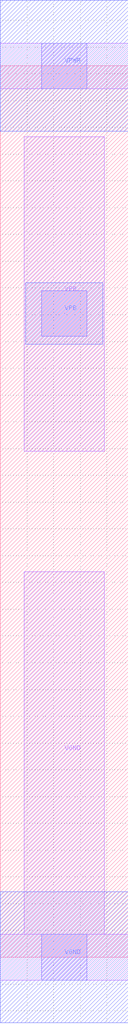
<source format=lef>
# Copyright 2020 The SkyWater PDK Authors
#
# Licensed under the Apache License, Version 2.0 (the "License");
# you may not use this file except in compliance with the License.
# You may obtain a copy of the License at
#
#     https://www.apache.org/licenses/LICENSE-2.0
#
# Unless required by applicable law or agreed to in writing, software
# distributed under the License is distributed on an "AS IS" BASIS,
# WITHOUT WARRANTIES OR CONDITIONS OF ANY KIND, either express or implied.
# See the License for the specific language governing permissions and
# limitations under the License.
#
# SPDX-License-Identifier: Apache-2.0

VERSION 5.7 ;
  NAMESCASESENSITIVE ON ;
  NOWIREEXTENSIONATPIN ON ;
  DIVIDERCHAR "/" ;
  BUSBITCHARS "[]" ;
UNITS
  DATABASE MICRONS 200 ;
END UNITS
MACRO sky130_fd_sc_lp__tapvgnd2_1
  CLASS CORE ;
  SOURCE USER ;
  FOREIGN sky130_fd_sc_lp__tapvgnd2_1 ;
  ORIGIN  0.000000  0.000000 ;
  SIZE  0.480000 BY  3.330000 ;
  SYMMETRY X Y R90 ;
  SITE unit ;
  PIN VGND
    DIRECTION INOUT ;
    USE GROUND ;
    PORT
      LAYER li1 ;
        RECT 0.000000 -0.085000 0.480000 0.085000 ;
        RECT 0.090000  0.085000 0.390000 1.440000 ;
      LAYER mcon ;
        RECT 0.155000 -0.085000 0.325000 0.085000 ;
      LAYER met1 ;
        RECT 0.000000 -0.245000 0.480000 0.245000 ;
    END
  END VGND
  PIN VPB
    DIRECTION INOUT ;
    USE POWER ;
    PORT
      LAYER li1 ;
        RECT 0.090000 1.890000 0.390000 3.065000 ;
      LAYER mcon ;
        RECT 0.155000 2.320000 0.325000 2.490000 ;
      LAYER met1 ;
        RECT 0.095000 2.290000 0.385000 2.520000 ;
    END
  END VPB
  PIN VPWR
    DIRECTION INOUT ;
    USE POWER ;
    PORT
      LAYER li1 ;
        RECT 0.000000 3.245000 0.480000 3.415000 ;
      LAYER mcon ;
        RECT 0.155000 3.245000 0.325000 3.415000 ;
      LAYER met1 ;
        RECT 0.000000 3.085000 0.480000 3.575000 ;
    END
  END VPWR
END sky130_fd_sc_lp__tapvgnd2_1

</source>
